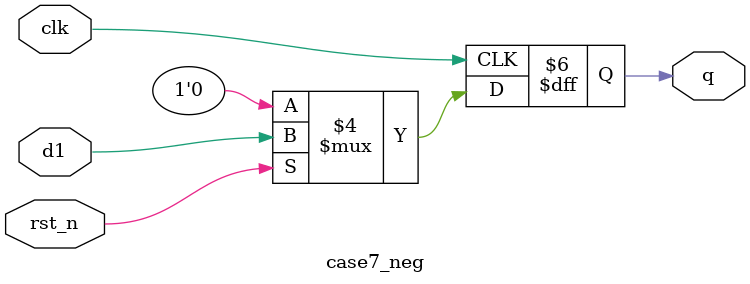
<source format=v>


module case7_neg (q, d1, clk, rst_n);
 output q;
 input d1, clk, rst_n;
 reg q;

 always @(posedge clk)
 if (!rst_n) q <= 1'b0;
 else q <= d1;
 
endmodule
</source>
